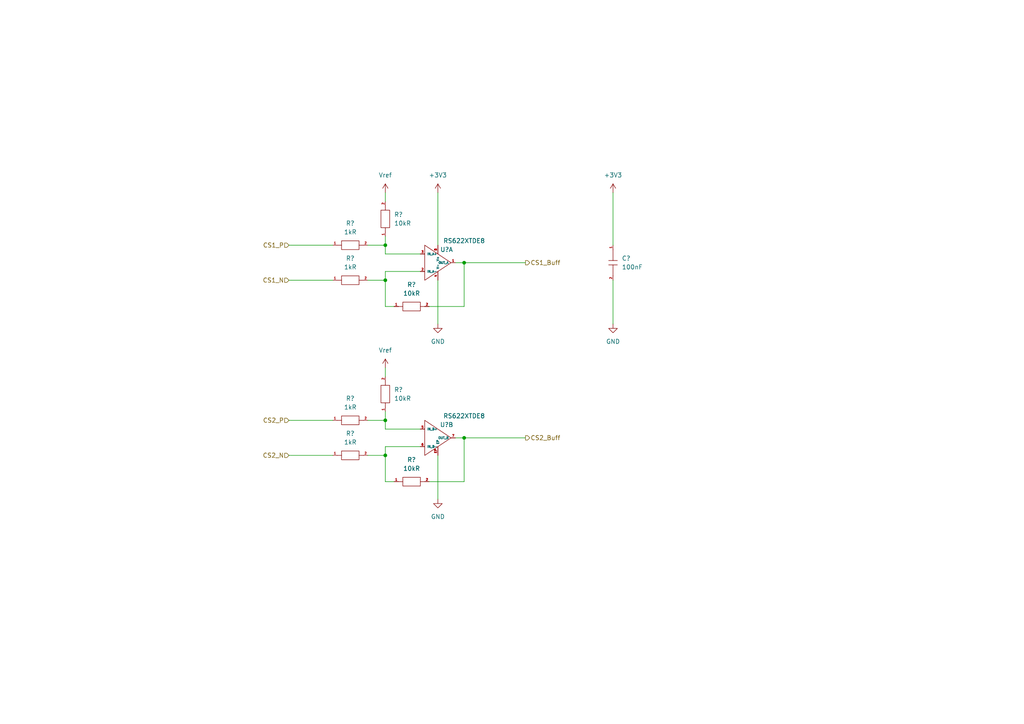
<source format=kicad_sch>
(kicad_sch (version 20211123) (generator eeschema)
  (paper "A4")
  (lib_symbols
    (symbol "001_Basic_PassiveComponents:001_Resistor" (pin_names (offset 1.016))
      (property "Reference" "R" (at -4.445 -2.54 0))
      (property "Value" "001_Resistor" (at 0 2.54 0))
      (symbol "001_Resistor_0_1"
        (rectangle (start -2.54 1.27) (end 2.54 -1.27))
        (polyline (pts (xy -3.81 0) (xy -2.54 0)))
        (polyline (pts (xy 2.54 0) (xy 3.81 0)))
      )
      (symbol "001_Resistor_1_1"
        (pin passive line (at -5.08 0 0) (length 1.27) (name "~") (number "1"))
        (pin passive line (at 5.08 0 180) (length 1.27) (name "~") (number "2"))
      )
    )
    (symbol "001_Basic_PassiveComponents:101_Capacitor" (pin_names (offset 1.016))
      (property "Reference" "C" (at -4.445 -2.54 0))
      (property "Value" "101_Capacitor" (at 0 2.54 0))
      (symbol "101_Capacitor_0_1"
        (polyline (pts (xy -3.81 0) (xy -0.635 0)))
        (polyline (pts (xy -0.635 1.27) (xy -0.635 -1.27)))
        (polyline (pts (xy 0.635 0) (xy 3.81 0)))
        (polyline (pts (xy 0.635 1.27) (xy 0.635 -1.27)))
      )
      (symbol "101_Capacitor_1_1"
        (pin passive line (at -5.08 0 0) (length 1.27) (name "~") (number "1"))
        (pin passive line (at 5.08 0 180) (length 1.27) (name "~") (number "2"))
      )
    )
    (symbol "101_IntegratedCircuit_Amplifier:RS622XTDE8" (pin_names (offset 0.635))
      (property "Reference" "U" (at 2.54 3.81 0))
      (property "Value" "RS622XTDE8" (at 7.62 6.35 0))
      (symbol "RS622XTDE8_0_1"
        (polyline (pts (xy -3.81 5.08) (xy 3.81 0) (xy -3.81 -5.08) (xy -3.81 5.08)))
      )
      (symbol "RS622XTDE8_1_1"
        (pin output line (at 5.08 0 180) (length 1.27) (name "OUT_A") (number "1"))
        (pin input line (at -5.08 -2.54 0) (length 1.27) (name "IN_A-") (number "2"))
        (pin input line (at -5.08 2.54 0) (length 1.27) (name "IN_A+") (number "3"))
        (pin power_in line (at 0 -5.08 90) (length 2.54) (name "V-") (number "4"))
        (pin power_in line (at 0 5.08 270) (length 2.54) (name "V+") (number "8"))
      )
      (symbol "RS622XTDE8_2_1"
        (pin input line (at -5.08 2.54 0) (length 1.27) (name "IN_B+") (number "5"))
        (pin input line (at -5.08 -2.54 0) (length 1.27) (name "IN_B-") (number "6"))
        (pin output line (at 5.08 0 180) (length 1.27) (name "OUT_B") (number "7"))
        (pin passive line (at 0 -5.08 90) (length 2.54) (name "EP") (number "EP"))
      )
    )
    (symbol "PowerPort:GND" (power) (pin_names (offset 0))
      (property "Value" "GND" (at 0 -3.81 0))
      (symbol "GND_0_1"
        (polyline (pts (xy 0 0) (xy 0 -1.27) (xy 1.27 -1.27) (xy 0 -2.54) (xy -1.27 -1.27) (xy 0 -1.27)))
      )
      (symbol "GND_1_1"
        (pin power_in line (at 0 0 270) (length 0) hide (name "GND") (number "1"))
      )
    )
    (symbol "PowerPort:Vref" (power) (pin_names (offset 0))
      (property "Value" "Vref" (at 0 3.81 0))
      (symbol "Vref_0_1"
        (polyline (pts (xy -0.762 1.27) (xy 0 2.54)))
        (polyline (pts (xy 0 0) (xy 0 2.54)))
        (polyline (pts (xy 0 2.54) (xy 0.762 1.27)))
      )
      (symbol "Vref_1_1"
        (pin power_in line (at 0 0 90) (length 0) hide (name "Vref") (number "1"))
      )
    )
    (symbol "power:+3V3" (power) (pin_names (offset 0))
      (property "Value" "+3V3" (at 0 3.556 0))
      (symbol "+3V3_0_1"
        (polyline (pts (xy -0.762 1.27) (xy 0 2.54)))
        (polyline (pts (xy 0 0) (xy 0 2.54)))
        (polyline (pts (xy 0 2.54) (xy 0.762 1.27)))
      )
      (symbol "+3V3_1_1"
        (pin power_in line (at 0 0 90) (length 0) hide (name "+3V3") (number "1"))
      )
    )
  )
  (junction (at 134.62 127))
  (junction (at 111.76 121.92))
  (junction (at 111.76 81.28))
  (junction (at 111.76 132.08))
  (junction (at 111.76 71.12))
  (junction (at 134.62 76.2))
  (wire (pts (xy 134.62 76.2) (xy 152.4 76.2)))
  (wire (pts (xy 114.3 139.7) (xy 111.76 139.7)))
  (wire (pts (xy 111.76 129.54) (xy 121.92 129.54)))
  (wire (pts (xy 134.62 76.2) (xy 132.08 76.2)))
  (wire (pts (xy 124.46 139.7) (xy 134.62 139.7)))
  (wire (pts (xy 111.76 124.46) (xy 121.92 124.46)))
  (wire (pts (xy 134.62 127) (xy 132.08 127)))
  (wire (pts (xy 111.76 124.46) (xy 111.76 121.92)))
  (wire (pts (xy 111.76 71.12) (xy 106.68 71.12)))
  (wire (pts (xy 111.76 106.68) (xy 111.76 109.22)))
  (wire (pts (xy 111.76 73.66) (xy 121.92 73.66)))
  (wire (pts (xy 127 55.88) (xy 127 71.12)))
  (wire (pts (xy 83.82 121.92) (xy 96.52 121.92)))
  (wire (pts (xy 114.3 88.9) (xy 111.76 88.9)))
  (wire (pts (xy 111.76 68.58) (xy 111.76 71.12)))
  (wire (pts (xy 127 81.28) (xy 127 93.98)))
  (wire (pts (xy 127 132.08) (xy 127 144.78)))
  (wire (pts (xy 134.62 127) (xy 152.4 127)))
  (wire (pts (xy 111.76 78.74) (xy 121.92 78.74)))
  (wire (pts (xy 111.76 139.7) (xy 111.76 132.08)))
  (wire (pts (xy 111.76 88.9) (xy 111.76 81.28)))
  (wire (pts (xy 111.76 81.28) (xy 111.76 78.74)))
  (wire (pts (xy 134.62 139.7) (xy 134.62 127)))
  (wire (pts (xy 106.68 81.28) (xy 111.76 81.28)))
  (wire (pts (xy 111.76 73.66) (xy 111.76 71.12)))
  (wire (pts (xy 134.62 88.9) (xy 134.62 76.2)))
  (wire (pts (xy 111.76 119.38) (xy 111.76 121.92)))
  (wire (pts (xy 124.46 88.9) (xy 134.62 88.9)))
  (wire (pts (xy 111.76 121.92) (xy 106.68 121.92)))
  (wire (pts (xy 177.8 81.28) (xy 177.8 93.98)))
  (wire (pts (xy 83.82 71.12) (xy 96.52 71.12)))
  (wire (pts (xy 111.76 132.08) (xy 111.76 129.54)))
  (wire (pts (xy 83.82 132.08) (xy 96.52 132.08)))
  (wire (pts (xy 83.82 81.28) (xy 96.52 81.28)))
  (wire (pts (xy 106.68 132.08) (xy 111.76 132.08)))
  (wire (pts (xy 111.76 55.88) (xy 111.76 58.42)))
  (wire (pts (xy 177.8 55.88) (xy 177.8 71.12)))
  (hierarchical_label "CS2_P" (shape input) (at 83.82 121.92 180))
  (hierarchical_label "CS1_N" (shape input) (at 83.82 81.28 180))
  (hierarchical_label "CS1_Buff" (shape output) (at 152.4 76.2 0))
  (hierarchical_label "CS2_Buff" (shape output) (at 152.4 127 0))
  (hierarchical_label "CS2_N" (shape input) (at 83.82 132.08 180))
  (hierarchical_label "CS1_P" (shape input) (at 83.82 71.12 180))
  (symbol (lib_id "101_IntegratedCircuit_Amplifier:RS622XTDE8") (at 127 76.2 0) (unit 1)
    (property "Reference" "U?" (at 129.54 72.39 0))
    (property "Value" "RS622XTDE8" (at 134.62 69.85 0))
    (property "Footprint" "003_GN_SMALL-SEMI_SMD:DFN-8_2020" (effects hide))
    (property "Symbol type" "Specified Device" (effects hide))
  )
  (symbol (lib_id "PowerPort:GND") (at 127 93.98 0) (unit 1)
    (property "Reference" "#PWR?" (effects hide))
    (property "Value" "GND" (at 127 99.06 0))
  )
  (symbol (lib_id "001_Basic_PassiveComponents:001_Resistor") (at 111.76 114.3 90) (unit 1)
    (property "Reference" "R?" (at 114.3 113.0299 90) (effects (justify right)))
    (property "Value" "10kR" (at 114.3 115.5699 90) (effects (justify right)))
    (property "Footprint" "001_GN_RCL_SMD:R0402(1005M)" (effects hide))
    (property "Symbol type" "Alternate Source" (effects hide))
  )
  (symbol (lib_id "PowerPort:GND") (at 177.8 93.98 0) (unit 1)
    (property "Reference" "#PWR?" (effects hide))
    (property "Value" "GND" (at 177.8 99.06 0))
  )
  (symbol (lib_id "001_Basic_PassiveComponents:001_Resistor") (at 119.38 139.7 0) (unit 1)
    (property "Reference" "R?" (at 119.38 133.35 0))
    (property "Value" "10kR" (at 119.38 135.89 0))
    (property "Footprint" "001_GN_RCL_SMD:R0402(1005M)" (effects hide))
    (property "Symbol type" "Alternate Source" (effects hide))
  )
  (symbol (lib_id "001_Basic_PassiveComponents:001_Resistor") (at 101.6 81.28 0) (unit 1)
    (property "Reference" "R?" (at 101.6 74.93 0))
    (property "Value" "1kR" (at 101.6 77.47 0))
    (property "Footprint" "001_GN_RCL_SMD:R0402(1005M)" (effects hide))
    (property "Symbol type" "Alternate Source" (effects hide))
  )
  (symbol (lib_id "PowerPort:Vref") (at 111.76 55.88 0) (unit 1)
    (property "Reference" "#PWR?" (effects hide))
    (property "Value" "Vref" (at 111.76 50.8 0))
  )
  (symbol (lib_id "001_Basic_PassiveComponents:001_Resistor") (at 119.38 88.9 0) (unit 1)
    (property "Reference" "R?" (at 119.38 82.55 0))
    (property "Value" "10kR" (at 119.38 85.09 0))
    (property "Footprint" "001_GN_RCL_SMD:R0402(1005M)" (effects hide))
    (property "Symbol type" "Alternate Source" (effects hide))
  )
  (symbol (lib_id "001_Basic_PassiveComponents:001_Resistor") (at 101.6 132.08 0) (unit 1)
    (property "Reference" "R?" (at 101.6 125.73 0))
    (property "Value" "1kR" (at 101.6 128.27 0))
    (property "Footprint" "001_GN_RCL_SMD:R0402(1005M)" (effects hide))
    (property "Symbol type" "Alternate Source" (effects hide))
  )
  (symbol (lib_id "001_Basic_PassiveComponents:001_Resistor") (at 101.6 121.92 0) (unit 1)
    (property "Reference" "R?" (at 101.6 115.57 0))
    (property "Value" "1kR" (at 101.6 118.11 0))
    (property "Footprint" "001_GN_RCL_SMD:R0402(1005M)" (effects hide))
    (property "Symbol type" "Alternate Source" (effects hide))
  )
  (symbol (lib_id "001_Basic_PassiveComponents:101_Capacitor") (at 177.8 76.2 270) (unit 1)
    (property "Reference" "C?" (at 180.34 74.9299 90) (effects (justify left)))
    (property "Value" "100nF" (at 180.34 77.4699 90) (effects (justify left)))
    (property "Footprint" "001_GN_RCL_SMD:C0402(1005M)" (effects hide))
    (property "Symbol type" "Alternate Source" (effects hide))
  )
  (symbol (lib_id "power:+3V3") (at 127 55.88 0) (unit 1)
    (property "Reference" "#PWR?" (effects hide))
    (property "Value" "+3V3" (at 127 50.8 0))
  )
  (symbol (lib_id "101_IntegratedCircuit_Amplifier:RS622XTDE8") (at 127 127 0) (unit 2)
    (property "Reference" "U?" (at 129.54 123.19 0))
    (property "Value" "RS622XTDE8" (at 134.62 120.65 0))
    (property "Footprint" "003_GN_SMALL-SEMI_SMD:DFN-8_2020" (effects hide))
    (property "Symbol type" "Specified Device" (effects hide))
  )
  (symbol (lib_id "PowerPort:GND") (at 127 144.78 0) (unit 1)
    (property "Reference" "#PWR?" (effects hide))
    (property "Value" "GND" (at 127 149.86 0))
  )
  (symbol (lib_id "001_Basic_PassiveComponents:001_Resistor") (at 111.76 63.5 90) (unit 1)
    (property "Reference" "R?" (at 114.3 62.2299 90) (effects (justify right)))
    (property "Value" "10kR" (at 114.3 64.7699 90) (effects (justify right)))
    (property "Footprint" "001_GN_RCL_SMD:R0402(1005M)" (effects hide))
    (property "Symbol type" "Alternate Source" (effects hide))
  )
  (symbol (lib_id "001_Basic_PassiveComponents:001_Resistor") (at 101.6 71.12 0) (unit 1)
    (property "Reference" "R?" (at 101.6 64.77 0))
    (property "Value" "1kR" (at 101.6 67.31 0))
    (property "Footprint" "001_GN_RCL_SMD:R0402(1005M)" (effects hide))
    (property "Symbol type" "Alternate Source" (effects hide))
  )
  (symbol (lib_id "PowerPort:Vref") (at 111.76 106.68 0) (unit 1)
    (property "Reference" "#PWR?" (effects hide))
    (property "Value" "Vref" (at 111.76 101.6 0))
  )
  (symbol (lib_id "power:+3V3") (at 177.8 55.88 0) (unit 1)
    (property "Reference" "#PWR?" (effects hide))
    (property "Value" "+3V3" (at 177.8 50.8 0))
  )
)
</source>
